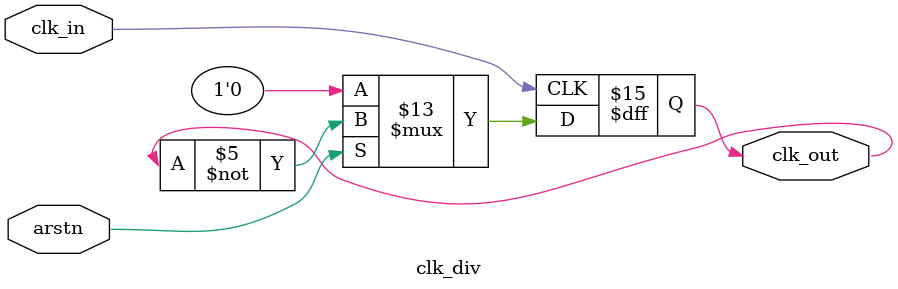
<source format=v>
module clk_div #(
    parameter DIVISOR=1
)(
    input clk_in,
    input arstn,
    output reg clk_out
);

    reg [$clog2(DIVISOR)-1 : 0] count;

    always @ (posedge clk_in) begin
        if (arstn == 0) begin
            clk_out <= 0;
            count <= 0;
        end else begin
            if(DIVISOR == 1 || count == DIVISOR-1) begin
                clk_out <= ~clk_out;
            end
            count <= count + 1;
        end
    end

endmodule
</source>
